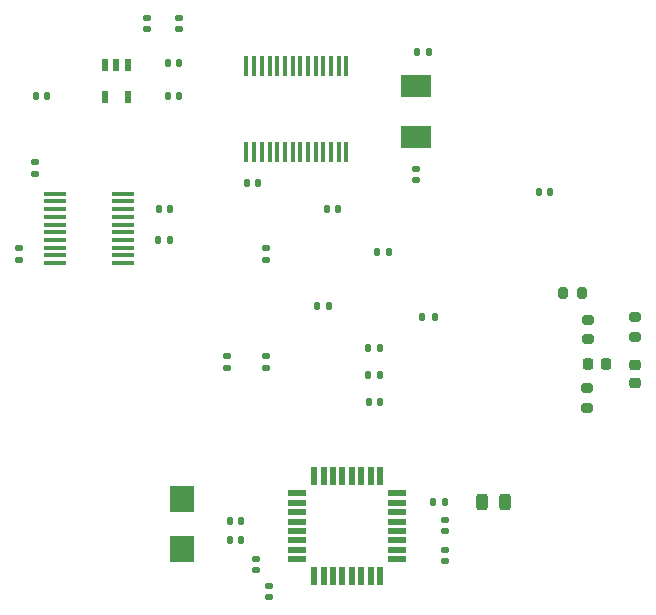
<source format=gbr>
%TF.GenerationSoftware,KiCad,Pcbnew,7.0.10-1-dev-1fdf7d0cf4*%
%TF.CreationDate,2023-12-26T02:00:40-08:00*%
%TF.ProjectId,i2s_to_toslink_pcb,6932735f-746f-45f7-946f-736c696e6b5f,rev?*%
%TF.SameCoordinates,Original*%
%TF.FileFunction,Paste,Top*%
%TF.FilePolarity,Positive*%
%FSLAX46Y46*%
G04 Gerber Fmt 4.6, Leading zero omitted, Abs format (unit mm)*
G04 Created by KiCad (PCBNEW 7.0.10-1-dev-1fdf7d0cf4) date 2023-12-26 02:00:40*
%MOMM*%
%LPD*%
G01*
G04 APERTURE LIST*
G04 Aperture macros list*
%AMRoundRect*
0 Rectangle with rounded corners*
0 $1 Rounding radius*
0 $2 $3 $4 $5 $6 $7 $8 $9 X,Y pos of 4 corners*
0 Add a 4 corners polygon primitive as box body*
4,1,4,$2,$3,$4,$5,$6,$7,$8,$9,$2,$3,0*
0 Add four circle primitives for the rounded corners*
1,1,$1+$1,$2,$3*
1,1,$1+$1,$4,$5*
1,1,$1+$1,$6,$7*
1,1,$1+$1,$8,$9*
0 Add four rect primitives between the rounded corners*
20,1,$1+$1,$2,$3,$4,$5,0*
20,1,$1+$1,$4,$5,$6,$7,0*
20,1,$1+$1,$6,$7,$8,$9,0*
20,1,$1+$1,$8,$9,$2,$3,0*%
G04 Aperture macros list end*
%ADD10R,2.006600X2.235200*%
%ADD11RoundRect,0.140000X-0.140000X-0.170000X0.140000X-0.170000X0.140000X0.170000X-0.140000X0.170000X0*%
%ADD12RoundRect,0.200000X-0.275000X0.200000X-0.275000X-0.200000X0.275000X-0.200000X0.275000X0.200000X0*%
%ADD13RoundRect,0.140000X-0.170000X0.140000X-0.170000X-0.140000X0.170000X-0.140000X0.170000X0.140000X0*%
%ADD14RoundRect,0.140000X0.140000X0.170000X-0.140000X0.170000X-0.140000X-0.170000X0.140000X-0.170000X0*%
%ADD15RoundRect,0.135000X-0.135000X-0.185000X0.135000X-0.185000X0.135000X0.185000X-0.135000X0.185000X0*%
%ADD16R,1.600000X0.550000*%
%ADD17R,0.550000X1.600000*%
%ADD18RoundRect,0.140000X0.170000X-0.140000X0.170000X0.140000X-0.170000X0.140000X-0.170000X-0.140000X0*%
%ADD19RoundRect,0.200000X0.275000X-0.200000X0.275000X0.200000X-0.275000X0.200000X-0.275000X-0.200000X0*%
%ADD20RoundRect,0.225000X0.225000X0.250000X-0.225000X0.250000X-0.225000X-0.250000X0.225000X-0.250000X0*%
%ADD21RoundRect,0.135000X0.185000X-0.135000X0.185000X0.135000X-0.185000X0.135000X-0.185000X-0.135000X0*%
%ADD22RoundRect,0.200000X-0.200000X-0.275000X0.200000X-0.275000X0.200000X0.275000X-0.200000X0.275000X0*%
%ADD23RoundRect,0.135000X-0.185000X0.135000X-0.185000X-0.135000X0.185000X-0.135000X0.185000X0.135000X0*%
%ADD24R,0.508000X0.977900*%
%ADD25RoundRect,0.243750X0.243750X0.456250X-0.243750X0.456250X-0.243750X-0.456250X0.243750X-0.456250X0*%
%ADD26RoundRect,0.225000X-0.250000X0.225000X-0.250000X-0.225000X0.250000X-0.225000X0.250000X0.225000X0*%
%ADD27R,1.955432X0.420766*%
%ADD28R,2.600000X1.900000*%
%ADD29R,0.431800X1.651000*%
%ADD30RoundRect,0.135000X0.135000X0.185000X-0.135000X0.185000X-0.135000X-0.185000X0.135000X-0.185000X0*%
G04 APERTURE END LIST*
D10*
%TO.C,Y1*%
X39116000Y-74904600D03*
X39116000Y-70637400D03*
%TD*%
D11*
%TO.C,C18*%
X59055000Y-32856000D03*
X60015000Y-32856000D03*
%TD*%
D12*
%TO.C,R10*%
X77470000Y-55271400D03*
X77470000Y-56921400D03*
%TD*%
D13*
%TO.C,C10*%
X45364400Y-75748000D03*
X45364400Y-76708000D03*
%TD*%
D14*
%TO.C,C15*%
X38069400Y-48717200D03*
X37109400Y-48717200D03*
%TD*%
D15*
%TO.C,R4*%
X54860000Y-60198000D03*
X55880000Y-60198000D03*
%TD*%
%TO.C,R6*%
X59484800Y-55245000D03*
X60504800Y-55245000D03*
%TD*%
%TO.C,R8*%
X55624000Y-49784000D03*
X56644000Y-49784000D03*
%TD*%
D14*
%TO.C,C8*%
X44113600Y-74168000D03*
X43153600Y-74168000D03*
%TD*%
D13*
%TO.C,C13*%
X26670000Y-42164000D03*
X26670000Y-43124000D03*
%TD*%
D16*
%TO.C,U2*%
X48861400Y-70174200D03*
X48861400Y-70974200D03*
X48861400Y-71774200D03*
X48861400Y-72574200D03*
X48861400Y-73374200D03*
X48861400Y-74174200D03*
X48861400Y-74974200D03*
X48861400Y-75774200D03*
D17*
X50311400Y-77224200D03*
X51111400Y-77224200D03*
X51911400Y-77224200D03*
X52711400Y-77224200D03*
X53511400Y-77224200D03*
X54311400Y-77224200D03*
X55111400Y-77224200D03*
X55911400Y-77224200D03*
D16*
X57361400Y-75774200D03*
X57361400Y-74974200D03*
X57361400Y-74174200D03*
X57361400Y-73374200D03*
X57361400Y-72574200D03*
X57361400Y-71774200D03*
X57361400Y-70974200D03*
X57361400Y-70174200D03*
D17*
X55911400Y-68724200D03*
X55111400Y-68724200D03*
X54311400Y-68724200D03*
X53511400Y-68724200D03*
X52711400Y-68724200D03*
X51911400Y-68724200D03*
X51111400Y-68724200D03*
X50311400Y-68724200D03*
%TD*%
D18*
%TO.C,C14*%
X25349200Y-50416400D03*
X25349200Y-49456400D03*
%TD*%
D12*
%TO.C,R12*%
X73431400Y-61291200D03*
X73431400Y-62941200D03*
%TD*%
D11*
%TO.C,C4*%
X37902000Y-36576000D03*
X38862000Y-36576000D03*
%TD*%
D19*
%TO.C,R13*%
X73482200Y-57150000D03*
X73482200Y-55500000D03*
%TD*%
D15*
%TO.C,R5*%
X54860000Y-57912000D03*
X55880000Y-57912000D03*
%TD*%
D20*
%TO.C,C23*%
X75019400Y-59271400D03*
X73469400Y-59271400D03*
%TD*%
D21*
%TO.C,R1*%
X46228000Y-59563000D03*
X46228000Y-58543000D03*
%TD*%
D22*
%TO.C,R11*%
X71374000Y-53213000D03*
X73024000Y-53213000D03*
%TD*%
D13*
%TO.C,C11*%
X46482000Y-78006000D03*
X46482000Y-78966000D03*
%TD*%
D14*
%TO.C,C5*%
X27686000Y-36576000D03*
X26726000Y-36576000D03*
%TD*%
D23*
%TO.C,R9*%
X46228000Y-49401000D03*
X46228000Y-50421000D03*
%TD*%
D14*
%TO.C,C16*%
X38097400Y-46126400D03*
X37137400Y-46126400D03*
%TD*%
D23*
%TO.C,R3*%
X42926000Y-58545000D03*
X42926000Y-59565000D03*
%TD*%
D18*
%TO.C,C6*%
X61417200Y-73400800D03*
X61417200Y-72440800D03*
%TD*%
D24*
%TO.C,U1*%
X34526501Y-33940750D03*
X33576500Y-33940750D03*
X32626499Y-33940750D03*
X32626499Y-36671250D03*
X34526501Y-36671250D03*
%TD*%
D13*
%TO.C,C9*%
X61417200Y-74960600D03*
X61417200Y-75920600D03*
%TD*%
D25*
%TO.C,D1*%
X66441800Y-70942200D03*
X64566800Y-70942200D03*
%TD*%
D18*
%TO.C,C1*%
X38862000Y-30861000D03*
X38862000Y-29901000D03*
%TD*%
D14*
%TO.C,C21*%
X70302000Y-44704000D03*
X69342000Y-44704000D03*
%TD*%
D11*
%TO.C,C19*%
X51364000Y-46101000D03*
X52324000Y-46101000D03*
%TD*%
D26*
%TO.C,C22*%
X77470000Y-59283600D03*
X77470000Y-60833600D03*
%TD*%
D13*
%TO.C,C17*%
X58978800Y-42700000D03*
X58978800Y-43660000D03*
%TD*%
D11*
%TO.C,C12*%
X54920000Y-62484000D03*
X55880000Y-62484000D03*
%TD*%
D27*
%TO.C,U3*%
X28412232Y-44827000D03*
X28412232Y-45477001D03*
X28412232Y-46126999D03*
X28412232Y-46777001D03*
X28412232Y-47426999D03*
X28412232Y-48077001D03*
X28412232Y-48726999D03*
X28412232Y-49377001D03*
X28412232Y-50026999D03*
X28412232Y-50677000D03*
X34163000Y-50677000D03*
X34163000Y-50026999D03*
X34163000Y-49377001D03*
X34163000Y-48726999D03*
X34163000Y-48077001D03*
X34163000Y-47426999D03*
X34163000Y-46777001D03*
X34163000Y-46126999D03*
X34163000Y-45477001D03*
X34163000Y-44827000D03*
%TD*%
D15*
%TO.C,R2*%
X60348400Y-70942200D03*
X61368400Y-70942200D03*
%TD*%
D11*
%TO.C,C3*%
X37902000Y-33782000D03*
X38862000Y-33782000D03*
%TD*%
D28*
%TO.C,Y2*%
X58978000Y-35696000D03*
X58978000Y-39996000D03*
%TD*%
D29*
%TO.C,U4*%
X44584001Y-41300400D03*
X45234002Y-41300400D03*
X45884001Y-41300400D03*
X46534002Y-41300400D03*
X47184000Y-41300400D03*
X47834002Y-41300400D03*
X48484000Y-41300400D03*
X49133999Y-41300400D03*
X49784000Y-41300400D03*
X50433999Y-41300400D03*
X51084000Y-41300400D03*
X51733999Y-41300400D03*
X52384000Y-41300400D03*
X53033999Y-41300400D03*
X53034001Y-34036000D03*
X52384000Y-34036000D03*
X51734001Y-34036000D03*
X51084000Y-34036000D03*
X50434002Y-34036000D03*
X49784000Y-34036000D03*
X49134002Y-34036000D03*
X48484000Y-34036000D03*
X47834002Y-34036000D03*
X47184000Y-34036000D03*
X46534002Y-34036000D03*
X45884001Y-34036000D03*
X45234002Y-34036000D03*
X44584001Y-34036000D03*
%TD*%
D30*
%TO.C,R7*%
X51564000Y-54356000D03*
X50544000Y-54356000D03*
%TD*%
D14*
%TO.C,C20*%
X45593000Y-43942000D03*
X44633000Y-43942000D03*
%TD*%
D18*
%TO.C,C2*%
X36195000Y-30861000D03*
X36195000Y-29901000D03*
%TD*%
D14*
%TO.C,C7*%
X44114600Y-72567800D03*
X43154600Y-72567800D03*
%TD*%
M02*

</source>
